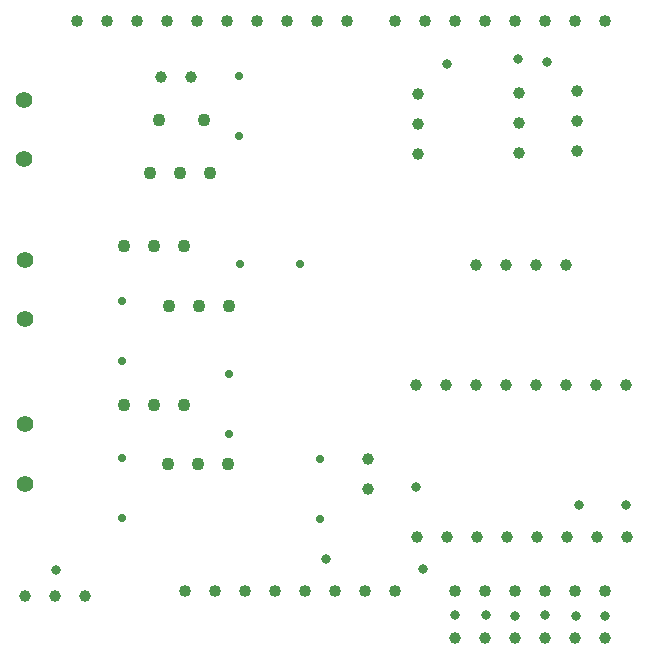
<source format=gbr>
%TF.GenerationSoftware,KiCad,Pcbnew,(6.0.5-0)*%
%TF.CreationDate,2022-06-16T09:16:50+02:00*%
%TF.ProjectId,BRFEv3_Shield,42524645-7633-45f5-9368-69656c642e6b,rev?*%
%TF.SameCoordinates,Original*%
%TF.FileFunction,Plated,1,2,PTH,Drill*%
%TF.FilePolarity,Positive*%
%FSLAX46Y46*%
G04 Gerber Fmt 4.6, Leading zero omitted, Abs format (unit mm)*
G04 Created by KiCad (PCBNEW (6.0.5-0)) date 2022-06-16 09:16:50*
%MOMM*%
%LPD*%
G01*
G04 APERTURE LIST*
%TA.AperFunction,ComponentDrill*%
%ADD10C,0.700000*%
%TD*%
%TA.AperFunction,ViaDrill*%
%ADD11C,0.800000*%
%TD*%
%TA.AperFunction,ComponentDrill*%
%ADD12C,1.000000*%
%TD*%
%TA.AperFunction,ComponentDrill*%
%ADD13C,1.016000*%
%TD*%
%TA.AperFunction,ComponentDrill*%
%ADD14C,1.100000*%
%TD*%
%TA.AperFunction,ComponentDrill*%
%ADD15C,1.400000*%
%TD*%
G04 APERTURE END LIST*
D10*
%TO.C,R6*%
X127798000Y-95185000D03*
X127798000Y-100265000D03*
%TO.C,R4*%
X127798000Y-108475000D03*
X127798000Y-113555000D03*
%TO.C,R5*%
X136898000Y-101375000D03*
X136898000Y-106455000D03*
%TO.C,R3*%
X137698000Y-76175000D03*
X137698000Y-81255000D03*
%TO.C,R7*%
X137808000Y-92065000D03*
X142888000Y-92065000D03*
%TO.C,R1*%
X144598000Y-108575000D03*
X144598000Y-113655000D03*
%TD*%
D11*
X122198000Y-117965000D03*
X145098000Y-117065000D03*
X152698000Y-110965000D03*
X153298000Y-117865000D03*
X155298000Y-75165000D03*
X155998000Y-121765000D03*
X158598000Y-121765000D03*
X161098000Y-121865000D03*
X161298000Y-74665000D03*
X163598000Y-121765000D03*
X163798000Y-74965000D03*
X166198000Y-121865000D03*
X166498000Y-112465000D03*
X168698000Y-121865000D03*
X170498000Y-112465000D03*
D12*
%TO.C,J8*%
X119543000Y-120165000D03*
X122083000Y-120165000D03*
X124623000Y-120165000D03*
%TO.C,J7*%
X131123000Y-76265000D03*
X133663000Y-76265000D03*
%TO.C,J4*%
X148598000Y-108600000D03*
X148598000Y-111140000D03*
%TO.C,J6*%
X152693000Y-102265000D03*
%TO.C,J5*%
X152798000Y-115165000D03*
%TO.C,J13*%
X152898000Y-77640000D03*
X152898000Y-80180000D03*
X152898000Y-82720000D03*
%TO.C,J6*%
X155233000Y-102265000D03*
%TO.C,J5*%
X155338000Y-115165000D03*
%TO.C,P10*%
X156008000Y-123755000D03*
%TO.C,J6*%
X157773000Y-102265000D03*
%TO.C,J14*%
X157778000Y-92165000D03*
%TO.C,J5*%
X157878000Y-115165000D03*
%TO.C,P10*%
X158548000Y-123755000D03*
%TO.C,J6*%
X160313000Y-102265000D03*
%TO.C,J14*%
X160318000Y-92165000D03*
%TO.C,J5*%
X160418000Y-115165000D03*
%TO.C,P10*%
X161088000Y-123755000D03*
%TO.C,J12*%
X161398000Y-77540000D03*
X161398000Y-80080000D03*
X161398000Y-82620000D03*
%TO.C,J6*%
X162853000Y-102265000D03*
%TO.C,J14*%
X162858000Y-92165000D03*
%TO.C,J5*%
X162958000Y-115165000D03*
%TO.C,P10*%
X163628000Y-123755000D03*
%TO.C,J6*%
X165393000Y-102265000D03*
%TO.C,J14*%
X165398000Y-92165000D03*
%TO.C,J5*%
X165498000Y-115165000D03*
%TO.C,P10*%
X166168000Y-123755000D03*
%TO.C,J11*%
X166298000Y-77440000D03*
X166298000Y-79980000D03*
X166298000Y-82520000D03*
%TO.C,J6*%
X167933000Y-102265000D03*
%TO.C,J5*%
X168038000Y-115165000D03*
%TO.C,P10*%
X168708000Y-123755000D03*
%TO.C,J6*%
X170473000Y-102265000D03*
%TO.C,J5*%
X170578000Y-115165000D03*
D13*
%TO.C,P3*%
X124004000Y-71505000D03*
X126544000Y-71505000D03*
X129084000Y-71505000D03*
X131624000Y-71505000D03*
%TO.C,P1*%
X133148000Y-119765000D03*
%TO.C,P3*%
X134164000Y-71505000D03*
%TO.C,P1*%
X135688000Y-119765000D03*
%TO.C,P3*%
X136704000Y-71505000D03*
%TO.C,P1*%
X138228000Y-119765000D03*
%TO.C,P3*%
X139244000Y-71505000D03*
%TO.C,P1*%
X140768000Y-119765000D03*
%TO.C,P3*%
X141784000Y-71505000D03*
%TO.C,P1*%
X143308000Y-119765000D03*
%TO.C,P3*%
X144324000Y-71505000D03*
%TO.C,P1*%
X145848000Y-119765000D03*
%TO.C,P3*%
X146864000Y-71505000D03*
%TO.C,P1*%
X148388000Y-119765000D03*
%TO.C,P4*%
X150928000Y-71505000D03*
%TO.C,P1*%
X150928000Y-119765000D03*
%TO.C,P4*%
X153468000Y-71505000D03*
X156008000Y-71505000D03*
%TO.C,P2*%
X156008000Y-119765000D03*
%TO.C,P4*%
X158548000Y-71505000D03*
%TO.C,P2*%
X158548000Y-119765000D03*
%TO.C,P4*%
X161088000Y-71505000D03*
%TO.C,P2*%
X161088000Y-119765000D03*
%TO.C,P4*%
X163628000Y-71505000D03*
%TO.C,P2*%
X163628000Y-119765000D03*
%TO.C,P4*%
X166168000Y-71505000D03*
%TO.C,P2*%
X166168000Y-119765000D03*
%TO.C,P4*%
X168708000Y-71505000D03*
%TO.C,P2*%
X168708000Y-119765000D03*
D14*
%TO.C,Q5*%
X128008000Y-90520000D03*
%TO.C,Q3*%
X128008000Y-104020000D03*
%TO.C,Q2*%
X130158000Y-84320000D03*
%TO.C,Q5*%
X130548000Y-90520000D03*
%TO.C,Q3*%
X130548000Y-104020000D03*
%TO.C,D1*%
X130910818Y-79865000D03*
%TO.C,Q4*%
X131658000Y-108970000D03*
%TO.C,Q6*%
X131758000Y-95620000D03*
%TO.C,Q2*%
X132698000Y-84320000D03*
%TO.C,Q5*%
X133088000Y-90520000D03*
%TO.C,Q3*%
X133088000Y-104020000D03*
%TO.C,Q4*%
X134198000Y-108970000D03*
%TO.C,Q6*%
X134298000Y-95620000D03*
%TO.C,D1*%
X134720818Y-79865000D03*
%TO.C,Q2*%
X135238000Y-84320000D03*
%TO.C,Q4*%
X136738000Y-108970000D03*
%TO.C,Q6*%
X136838000Y-95620000D03*
D15*
%TO.C,J3*%
X119475500Y-78165000D03*
X119475500Y-83165000D03*
%TO.C,J1*%
X119560500Y-105645000D03*
X119560500Y-110645000D03*
%TO.C,J2*%
X119588000Y-91745000D03*
X119588000Y-96745000D03*
M02*

</source>
